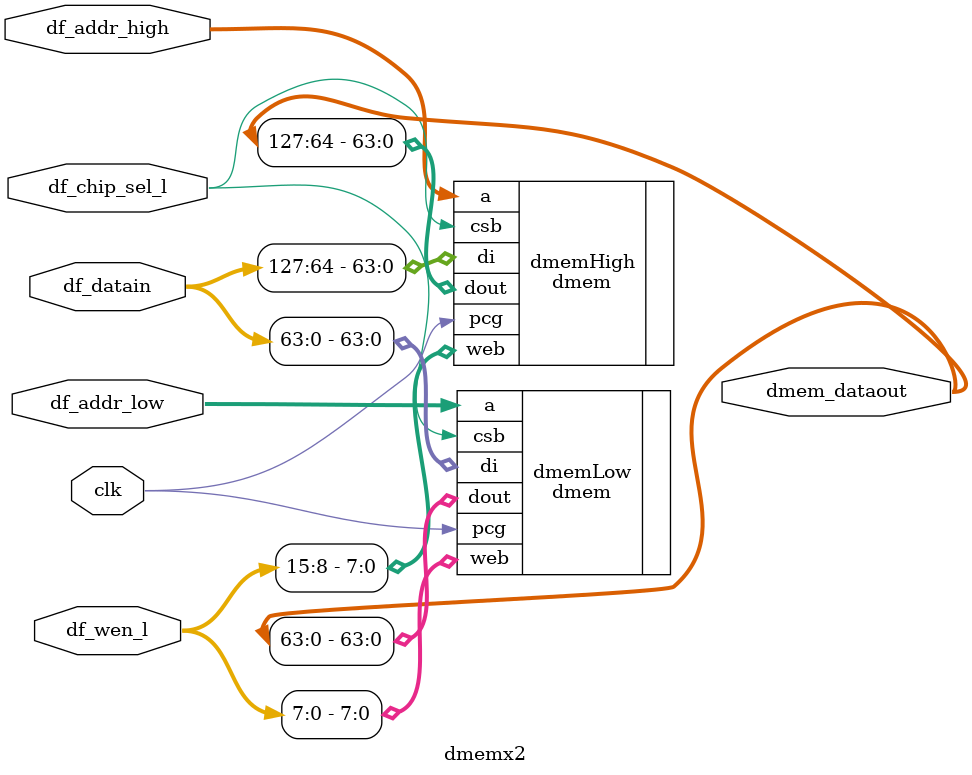
<source format=v>
/**************************************************************************
 *                                                                        *
 *               Copyright (C) 1994, Silicon Graphics, Inc.               *
 *                                                                        *
 *  These coded instructions, statements, and computer programs  contain  *
 *  unpublished  proprietary  information of Silicon Graphics, Inc., and  *
 *  are protected by Federal copyright  law.  They  may not be disclosed  *
 *  to  third  parties  or copied or duplicated in any form, in whole or  *
 *  in part, without the prior written consent of Silicon Graphics, Inc.  *
 *                                                                        *
 *************************************************************************/
// $Id: dmemx2.v,v 1.1 2002/05/21 23:55:43 berndt Exp $

// dmemx2: two dmem's, side-by-side

`timescale 1ns / 10ps

module dmemx2(clk, df_chip_sel_l, df_wen_l, df_addr_low, df_addr_high, 
	df_datain, dmem_dataout);

   input		clk;
   input		df_chip_sel_l;
   input	[15:0]	df_wen_l;
   input	[11:4]	df_addr_low;
   input	[11:4]	df_addr_high;
   input	[127:0]	df_datain;

   output	[127:0]	dmem_dataout;


   dmem dmemLow(
        .di	 		(df_datain[63:0]),
        .a	 		(df_addr_low[11:4]),
        .csb	 		(df_chip_sel_l),
        .pcg 			(clk),
        .web	 		(df_wen_l[7:0]),
        .dout	 		(dmem_dataout[63:0])
   );

   dmem dmemHigh(
        .di	 		(df_datain[127:64]),
        .a	 		(df_addr_high[11:4]),
        .csb	 		(df_chip_sel_l),
        .pcg 			(clk),
        .web	 		(df_wen_l[15:8]),
        .dout	 		(dmem_dataout[127:64])
   );

endmodule

</source>
